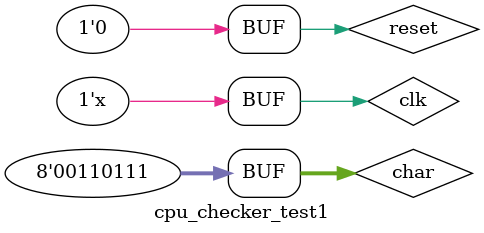
<source format=v>
`timescale 1ns / 1ps


module cpu_checker_test1;

	// Inputs
	reg clk;
	reg reset;
	reg [7:0] char;

	// Outputs
	wire [1:0] format_type;

	// Instantiate the Unit Under Test (UUT)
	cpu_checker uut (
		.clk(clk), 
		.reset(reset), 
		.char(char), 
		.format_type(format_type)
	);

	initial begin
		// Initialize Inputs
		clk = 0;
		reset = 0;
		char = 0;

		#10 char="^";
		#10 char="3";
		#10 char="3";
		#10 char="8";
		#10 char="@";
		#10 char="0";
		#10 char="0";
		#10 char="0";
		#10 char="0";
		#10 char="3";
		#10 char="1";
		#10 char="3";
		#10 char="0";
		#10 char=":";
		#10 char=" ";
		#10 char="*";
		#10 char="0";
		#10 char="0";
		#10 char="0";
		#10 char="0";
		#10 char="0";
		#10 char="0";
		#10 char="8";
		#10 char="8";
		#10 char=" ";
		#10 char="<";
		#10 char="=";
		#10 char=" ";
		#10 char="f";
		#10 char="f";
		#10 char="f";
		#10 char="f";
		#10 char="b";
		#10 char="5";
		#10 char="2";
		#10 char="8";
		#10 char="#";
		#10 char="^";
		#10 char="3";
		#10 char="3";
		#10 char="8";
		#10 char="@";
		#10 char="0";
		#10 char="0";
		#10 char="0";
		#10 char="0";
		#10 char="3";
		#10 char="1";
		#10 char="3";
		#10 char="0";
		#10 char=":";
		#10 char=" ";
		#10 char="*";
		#10 char="0";
		#10 char="0";
		#10 char="0";
		#10 char="0";
		#10 char="0";
		#10 char="0";
		#10 char="8";
		#10 char="8";
		#10 char=" ";
		#10 char="<";
		#10 char="=";
		#10 char=" ";
		#10 char="f";
		#10 char="f";
		#10 char="f";
		#10 char="f";
		#10 char="b";
		#10 char="5";
		#10 char="2";
		#10 char="8";
		#10 char="#";
		#10 char=" ";
		#10 char="1";
		#10 char="2";
		#10 char="3";
		#10 char="4";
		#10 char="5";
		#10 char="6";
		#10 char="7";

	end
      
always #5 clk=~clk;
      
endmodule


</source>
